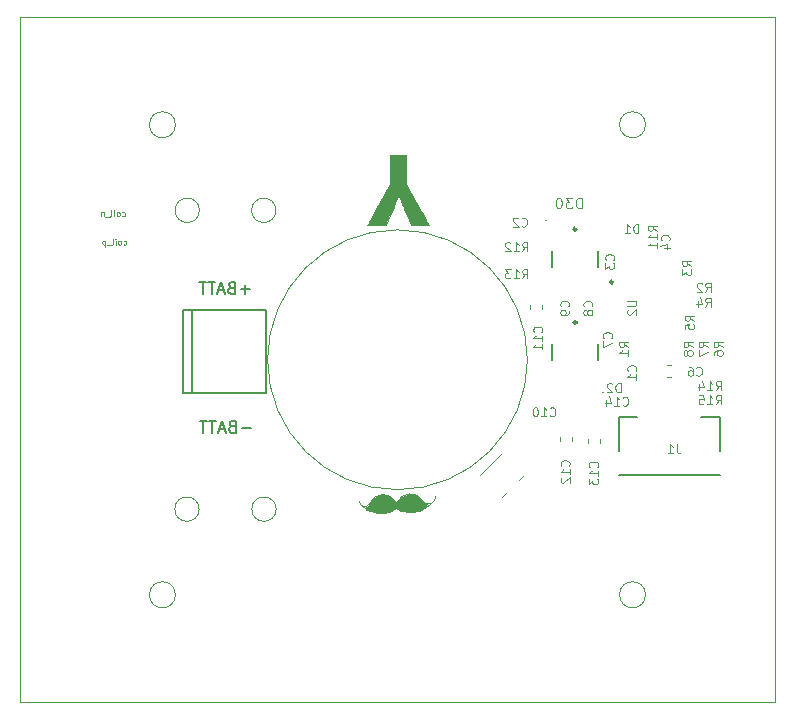
<source format=gbo>
G04 #@! TF.GenerationSoftware,KiCad,Pcbnew,(5.1.4)-1*
G04 #@! TF.CreationDate,2019-10-25T18:21:12-07:00*
G04 #@! TF.ProjectId,solarpcd,736f6c61-7270-4636-942e-6b696361645f,rev?*
G04 #@! TF.SameCoordinates,Original*
G04 #@! TF.FileFunction,Legend,Bot*
G04 #@! TF.FilePolarity,Positive*
%FSLAX46Y46*%
G04 Gerber Fmt 4.6, Leading zero omitted, Abs format (unit mm)*
G04 Created by KiCad (PCBNEW (5.1.4)-1) date 2019-10-25 18:21:12*
%MOMM*%
%LPD*%
G04 APERTURE LIST*
%ADD10C,0.100000*%
%ADD11C,0.120000*%
%ADD12C,0.050000*%
%ADD13C,0.150000*%
%ADD14C,0.010000*%
%ADD15C,0.203200*%
%ADD16C,0.200000*%
%ADD17C,0.250000*%
%ADD18C,0.254000*%
%ADD19C,0.127000*%
%ADD20C,0.101600*%
G04 APERTURE END LIST*
D10*
X121804809Y-89229380D02*
X121852428Y-89253190D01*
X121947666Y-89253190D01*
X121995285Y-89229380D01*
X122019095Y-89205571D01*
X122042904Y-89157952D01*
X122042904Y-89015095D01*
X122019095Y-88967476D01*
X121995285Y-88943666D01*
X121947666Y-88919857D01*
X121852428Y-88919857D01*
X121804809Y-88943666D01*
X121519095Y-89253190D02*
X121566714Y-89229380D01*
X121590523Y-89205571D01*
X121614333Y-89157952D01*
X121614333Y-89015095D01*
X121590523Y-88967476D01*
X121566714Y-88943666D01*
X121519095Y-88919857D01*
X121447666Y-88919857D01*
X121400047Y-88943666D01*
X121376238Y-88967476D01*
X121352428Y-89015095D01*
X121352428Y-89157952D01*
X121376238Y-89205571D01*
X121400047Y-89229380D01*
X121447666Y-89253190D01*
X121519095Y-89253190D01*
X121138142Y-89253190D02*
X121138142Y-88919857D01*
X121138142Y-88753190D02*
X121161952Y-88777000D01*
X121138142Y-88800809D01*
X121114333Y-88777000D01*
X121138142Y-88753190D01*
X121138142Y-88800809D01*
X120828619Y-89253190D02*
X120876238Y-89229380D01*
X120900047Y-89181761D01*
X120900047Y-88753190D01*
X120757190Y-89300809D02*
X120376238Y-89300809D01*
X120257190Y-88919857D02*
X120257190Y-89419857D01*
X120257190Y-88943666D02*
X120209571Y-88919857D01*
X120114333Y-88919857D01*
X120066714Y-88943666D01*
X120042904Y-88967476D01*
X120019095Y-89015095D01*
X120019095Y-89157952D01*
X120042904Y-89205571D01*
X120066714Y-89229380D01*
X120114333Y-89253190D01*
X120209571Y-89253190D01*
X120257190Y-89229380D01*
X121677809Y-86816380D02*
X121725428Y-86840190D01*
X121820666Y-86840190D01*
X121868285Y-86816380D01*
X121892095Y-86792571D01*
X121915904Y-86744952D01*
X121915904Y-86602095D01*
X121892095Y-86554476D01*
X121868285Y-86530666D01*
X121820666Y-86506857D01*
X121725428Y-86506857D01*
X121677809Y-86530666D01*
X121392095Y-86840190D02*
X121439714Y-86816380D01*
X121463523Y-86792571D01*
X121487333Y-86744952D01*
X121487333Y-86602095D01*
X121463523Y-86554476D01*
X121439714Y-86530666D01*
X121392095Y-86506857D01*
X121320666Y-86506857D01*
X121273047Y-86530666D01*
X121249238Y-86554476D01*
X121225428Y-86602095D01*
X121225428Y-86744952D01*
X121249238Y-86792571D01*
X121273047Y-86816380D01*
X121320666Y-86840190D01*
X121392095Y-86840190D01*
X121011142Y-86840190D02*
X121011142Y-86506857D01*
X121011142Y-86340190D02*
X121034952Y-86364000D01*
X121011142Y-86387809D01*
X120987333Y-86364000D01*
X121011142Y-86340190D01*
X121011142Y-86387809D01*
X120701619Y-86840190D02*
X120749238Y-86816380D01*
X120773047Y-86768761D01*
X120773047Y-86340190D01*
X120630190Y-86887809D02*
X120249238Y-86887809D01*
X120130190Y-86506857D02*
X120130190Y-86840190D01*
X120130190Y-86554476D02*
X120106380Y-86530666D01*
X120058761Y-86506857D01*
X119987333Y-86506857D01*
X119939714Y-86530666D01*
X119915904Y-86578285D01*
X119915904Y-86840190D01*
D11*
X144907000Y-111607600D02*
G75*
G02X141863254Y-111278742I-1332859J1913849D01*
G01*
X142621000Y-111201200D02*
G75*
G02X141773712Y-111008192I-390089J243807D01*
G01*
X142628058Y-111193863D02*
G75*
G02X144932399Y-111150401I1161342J-464537D01*
G01*
X148000528Y-111082157D02*
G75*
G02X144957800Y-111658400I-1899729J1709756D01*
G01*
X148234400Y-110591600D02*
G75*
G02X147218400Y-111099600I-635000J0D01*
G01*
X144914058Y-111143063D02*
G75*
G02X147218399Y-111099601I1161342J-464537D01*
G01*
D12*
X156000000Y-99000000D02*
G75*
G03X156000000Y-99000000I-11000000J0D01*
G01*
D13*
X132500428Y-93035428D02*
X131738523Y-93035428D01*
X132119476Y-93416380D02*
X132119476Y-92654476D01*
X130929000Y-92892571D02*
X130786142Y-92940190D01*
X130738523Y-92987809D01*
X130690904Y-93083047D01*
X130690904Y-93225904D01*
X130738523Y-93321142D01*
X130786142Y-93368761D01*
X130881380Y-93416380D01*
X131262333Y-93416380D01*
X131262333Y-92416380D01*
X130929000Y-92416380D01*
X130833761Y-92464000D01*
X130786142Y-92511619D01*
X130738523Y-92606857D01*
X130738523Y-92702095D01*
X130786142Y-92797333D01*
X130833761Y-92844952D01*
X130929000Y-92892571D01*
X131262333Y-92892571D01*
X130309952Y-93130666D02*
X129833761Y-93130666D01*
X130405190Y-93416380D02*
X130071857Y-92416380D01*
X129738523Y-93416380D01*
X129548047Y-92416380D02*
X128976619Y-92416380D01*
X129262333Y-93416380D02*
X129262333Y-92416380D01*
X128786142Y-92416380D02*
X128214714Y-92416380D01*
X128500428Y-93416380D02*
X128500428Y-92416380D01*
X132563928Y-104782928D02*
X131802023Y-104782928D01*
X130992500Y-104640071D02*
X130849642Y-104687690D01*
X130802023Y-104735309D01*
X130754404Y-104830547D01*
X130754404Y-104973404D01*
X130802023Y-105068642D01*
X130849642Y-105116261D01*
X130944880Y-105163880D01*
X131325833Y-105163880D01*
X131325833Y-104163880D01*
X130992500Y-104163880D01*
X130897261Y-104211500D01*
X130849642Y-104259119D01*
X130802023Y-104354357D01*
X130802023Y-104449595D01*
X130849642Y-104544833D01*
X130897261Y-104592452D01*
X130992500Y-104640071D01*
X131325833Y-104640071D01*
X130373452Y-104878166D02*
X129897261Y-104878166D01*
X130468690Y-105163880D02*
X130135357Y-104163880D01*
X129802023Y-105163880D01*
X129611547Y-104163880D02*
X129040119Y-104163880D01*
X129325833Y-105163880D02*
X129325833Y-104163880D01*
X128849642Y-104163880D02*
X128278214Y-104163880D01*
X128563928Y-105163880D02*
X128563928Y-104163880D01*
D12*
X134727563Y-111650000D02*
G75*
G03X134727563Y-111650000I-1029563J0D01*
G01*
X128202563Y-111650000D02*
G75*
G03X128202563Y-111650000I-1029563J0D01*
G01*
X134704563Y-86350000D02*
G75*
G03X134704563Y-86350000I-1029563J0D01*
G01*
X128229563Y-86350000D02*
G75*
G03X128229563Y-86350000I-1029563J0D01*
G01*
X166000000Y-79100000D02*
G75*
G03X166000000Y-79100000I-1100000J0D01*
G01*
X126200000Y-79100000D02*
G75*
G03X126200000Y-79100000I-1100000J0D01*
G01*
X166000000Y-118900000D02*
G75*
G03X166000000Y-118900000I-1100000J0D01*
G01*
D11*
X126200000Y-118900000D02*
G75*
G03X126200000Y-118900000I-1100000J0D01*
G01*
D10*
X177000000Y-70000000D02*
X113000000Y-70000000D01*
X113000000Y-128000000D02*
X177000000Y-128000000D01*
X177000000Y-128000000D02*
X177000000Y-70000000D01*
X113000000Y-70000000D02*
X113000000Y-128000000D01*
D14*
G36*
X144358094Y-86788625D02*
G01*
X144449489Y-86573766D01*
X144531586Y-86380247D01*
X144605198Y-86206110D01*
X144671137Y-86049394D01*
X144730214Y-85908139D01*
X144783241Y-85780385D01*
X144831030Y-85664172D01*
X144874393Y-85557540D01*
X144914142Y-85458528D01*
X144951089Y-85365177D01*
X144986045Y-85275526D01*
X145002493Y-85232875D01*
X145027952Y-85168012D01*
X145050803Y-85112384D01*
X145069341Y-85069937D01*
X145081864Y-85044619D01*
X145086100Y-85039201D01*
X145094591Y-85050205D01*
X145108829Y-85079368D01*
X145126058Y-85120914D01*
X145130026Y-85131275D01*
X145164243Y-85221648D01*
X145197309Y-85308270D01*
X145230019Y-85393099D01*
X145263173Y-85478090D01*
X145297568Y-85565201D01*
X145334000Y-85656388D01*
X145373267Y-85753609D01*
X145416168Y-85858820D01*
X145463498Y-85973979D01*
X145516057Y-86101041D01*
X145574640Y-86241965D01*
X145640046Y-86398706D01*
X145713072Y-86573221D01*
X145794516Y-86767468D01*
X145872710Y-86953725D01*
X146156745Y-87630000D01*
X147676493Y-87630000D01*
X147661597Y-87601425D01*
X147653761Y-87587309D01*
X147634114Y-87552294D01*
X147603339Y-87497595D01*
X147562123Y-87424427D01*
X147511151Y-87334005D01*
X147451108Y-87227543D01*
X147382680Y-87106255D01*
X147306551Y-86971356D01*
X147223408Y-86824061D01*
X147133936Y-86665584D01*
X147038819Y-86497140D01*
X146938744Y-86319943D01*
X146834396Y-86135207D01*
X146726460Y-85944148D01*
X146676900Y-85856430D01*
X145707100Y-84140010D01*
X145707100Y-81635600D01*
X144348200Y-81635600D01*
X144348200Y-84085612D01*
X143402050Y-85852766D01*
X143296514Y-86049910D01*
X143194283Y-86240942D01*
X143095996Y-86424664D01*
X143002293Y-86599879D01*
X142913812Y-86765390D01*
X142831194Y-86920000D01*
X142755076Y-87062510D01*
X142686099Y-87191723D01*
X142624902Y-87306443D01*
X142572125Y-87405471D01*
X142528405Y-87487610D01*
X142494383Y-87551663D01*
X142470699Y-87596432D01*
X142457990Y-87620720D01*
X142455900Y-87624961D01*
X142468236Y-87625858D01*
X142503792Y-87626704D01*
X142560386Y-87627485D01*
X142635837Y-87628186D01*
X142727965Y-87628793D01*
X142834588Y-87629293D01*
X142953527Y-87629670D01*
X143082599Y-87629910D01*
X143219625Y-87630000D01*
X143999819Y-87630000D01*
X144358094Y-86788625D01*
X144358094Y-86788625D01*
G37*
X144358094Y-86788625D02*
X144449489Y-86573766D01*
X144531586Y-86380247D01*
X144605198Y-86206110D01*
X144671137Y-86049394D01*
X144730214Y-85908139D01*
X144783241Y-85780385D01*
X144831030Y-85664172D01*
X144874393Y-85557540D01*
X144914142Y-85458528D01*
X144951089Y-85365177D01*
X144986045Y-85275526D01*
X145002493Y-85232875D01*
X145027952Y-85168012D01*
X145050803Y-85112384D01*
X145069341Y-85069937D01*
X145081864Y-85044619D01*
X145086100Y-85039201D01*
X145094591Y-85050205D01*
X145108829Y-85079368D01*
X145126058Y-85120914D01*
X145130026Y-85131275D01*
X145164243Y-85221648D01*
X145197309Y-85308270D01*
X145230019Y-85393099D01*
X145263173Y-85478090D01*
X145297568Y-85565201D01*
X145334000Y-85656388D01*
X145373267Y-85753609D01*
X145416168Y-85858820D01*
X145463498Y-85973979D01*
X145516057Y-86101041D01*
X145574640Y-86241965D01*
X145640046Y-86398706D01*
X145713072Y-86573221D01*
X145794516Y-86767468D01*
X145872710Y-86953725D01*
X146156745Y-87630000D01*
X147676493Y-87630000D01*
X147661597Y-87601425D01*
X147653761Y-87587309D01*
X147634114Y-87552294D01*
X147603339Y-87497595D01*
X147562123Y-87424427D01*
X147511151Y-87334005D01*
X147451108Y-87227543D01*
X147382680Y-87106255D01*
X147306551Y-86971356D01*
X147223408Y-86824061D01*
X147133936Y-86665584D01*
X147038819Y-86497140D01*
X146938744Y-86319943D01*
X146834396Y-86135207D01*
X146726460Y-85944148D01*
X146676900Y-85856430D01*
X145707100Y-84140010D01*
X145707100Y-81635600D01*
X144348200Y-81635600D01*
X144348200Y-84085612D01*
X143402050Y-85852766D01*
X143296514Y-86049910D01*
X143194283Y-86240942D01*
X143095996Y-86424664D01*
X143002293Y-86599879D01*
X142913812Y-86765390D01*
X142831194Y-86920000D01*
X142755076Y-87062510D01*
X142686099Y-87191723D01*
X142624902Y-87306443D01*
X142572125Y-87405471D01*
X142528405Y-87487610D01*
X142494383Y-87551663D01*
X142470699Y-87596432D01*
X142457990Y-87620720D01*
X142455900Y-87624961D01*
X142468236Y-87625858D01*
X142503792Y-87626704D01*
X142560386Y-87627485D01*
X142635837Y-87628186D01*
X142727965Y-87628793D01*
X142834588Y-87629293D01*
X142953527Y-87629670D01*
X143082599Y-87629910D01*
X143219625Y-87630000D01*
X143999819Y-87630000D01*
X144358094Y-86788625D01*
D15*
X127629000Y-94826000D02*
X127629000Y-101826000D01*
X127629000Y-101826000D02*
X133829000Y-101826000D01*
X126829000Y-101826000D02*
X127629000Y-101826000D01*
X126829000Y-94826000D02*
X126829000Y-101826000D01*
X127629000Y-94826000D02*
X126829000Y-94826000D01*
X133829000Y-94826000D02*
X127629000Y-94826000D01*
X133829000Y-101826000D02*
X133829000Y-94826000D01*
D10*
X153860500Y-110613978D02*
X154297966Y-110176512D01*
X155698978Y-108775500D02*
X155261512Y-109212966D01*
X153860500Y-106937022D02*
X152022022Y-108775500D01*
D16*
X157573000Y-87211500D02*
G75*
G03X157573000Y-87211500I-19000J0D01*
G01*
X163771000Y-103886000D02*
X165321000Y-103886000D01*
X172271000Y-103886000D02*
X170721000Y-103886000D01*
X163771000Y-103886000D02*
X163771000Y-106736000D01*
X172271000Y-103886000D02*
X172271000Y-106736000D01*
X172271000Y-108766000D02*
X163771000Y-108766000D01*
D11*
X168183779Y-100459000D02*
X167858221Y-100459000D01*
X168183779Y-99439000D02*
X167858221Y-99439000D01*
X162181000Y-105691721D02*
X162181000Y-106017279D01*
X161161000Y-105691721D02*
X161161000Y-106017279D01*
D17*
X163257344Y-92424660D02*
G75*
G03X163257344Y-92424660I-125000J0D01*
G01*
D16*
X162378000Y-101764500D02*
G75*
G03X162378000Y-101764500I-19000J0D01*
G01*
D11*
X159768000Y-105564721D02*
X159768000Y-105890279D01*
X158748000Y-105564721D02*
X158748000Y-105890279D01*
D18*
X160180020Y-95836740D02*
G75*
G03X160180020Y-95836740I-127000J0D01*
G01*
D19*
X158103570Y-99056190D02*
X158103570Y-97697290D01*
X162002470Y-97697290D02*
X162002470Y-99056190D01*
D18*
X160147000Y-87947500D02*
G75*
G03X160147000Y-87947500I-127000J0D01*
G01*
D19*
X158070550Y-91166950D02*
X158070550Y-89808050D01*
X161969450Y-89808050D02*
X161969450Y-91166950D01*
D11*
X157228000Y-94388721D02*
X157228000Y-94714279D01*
X156208000Y-94388721D02*
X156208000Y-94714279D01*
D20*
X160591500Y-86190666D02*
X160591500Y-85301666D01*
X160379833Y-85301666D01*
X160252833Y-85344000D01*
X160168166Y-85428666D01*
X160125833Y-85513333D01*
X160083500Y-85682666D01*
X160083500Y-85809666D01*
X160125833Y-85979000D01*
X160168166Y-86063666D01*
X160252833Y-86148333D01*
X160379833Y-86190666D01*
X160591500Y-86190666D01*
X159787166Y-85301666D02*
X159236833Y-85301666D01*
X159533166Y-85640333D01*
X159406166Y-85640333D01*
X159321500Y-85682666D01*
X159279166Y-85725000D01*
X159236833Y-85809666D01*
X159236833Y-86021333D01*
X159279166Y-86106000D01*
X159321500Y-86148333D01*
X159406166Y-86190666D01*
X159660166Y-86190666D01*
X159744833Y-86148333D01*
X159787166Y-86106000D01*
X158686500Y-85301666D02*
X158601833Y-85301666D01*
X158517166Y-85344000D01*
X158474833Y-85386333D01*
X158432500Y-85471000D01*
X158390166Y-85640333D01*
X158390166Y-85852000D01*
X158432500Y-86021333D01*
X158474833Y-86106000D01*
X158517166Y-86148333D01*
X158601833Y-86190666D01*
X158686500Y-86190666D01*
X158771166Y-86148333D01*
X158813500Y-86106000D01*
X158855833Y-86021333D01*
X158898166Y-85852000D01*
X158898166Y-85640333D01*
X158855833Y-85471000D01*
X158813500Y-85386333D01*
X158771166Y-85344000D01*
X158686500Y-85301666D01*
X168646860Y-106152754D02*
X168646860Y-106697040D01*
X168683145Y-106805897D01*
X168755717Y-106878468D01*
X168864574Y-106914754D01*
X168937145Y-106914754D01*
X167884860Y-106914754D02*
X168320288Y-106914754D01*
X168102574Y-106914754D02*
X168102574Y-106152754D01*
X168175145Y-106261611D01*
X168247717Y-106334182D01*
X168320288Y-106370468D01*
X170307000Y-100284642D02*
X170343285Y-100320928D01*
X170452142Y-100357214D01*
X170524714Y-100357214D01*
X170633571Y-100320928D01*
X170706142Y-100248357D01*
X170742428Y-100175785D01*
X170778714Y-100030642D01*
X170778714Y-99921785D01*
X170742428Y-99776642D01*
X170706142Y-99704071D01*
X170633571Y-99631500D01*
X170524714Y-99595214D01*
X170452142Y-99595214D01*
X170343285Y-99631500D01*
X170307000Y-99667785D01*
X169653857Y-99595214D02*
X169799000Y-99595214D01*
X169871571Y-99631500D01*
X169907857Y-99667785D01*
X169980428Y-99776642D01*
X170016714Y-99921785D01*
X170016714Y-100212071D01*
X169980428Y-100284642D01*
X169944142Y-100320928D01*
X169871571Y-100357214D01*
X169726428Y-100357214D01*
X169653857Y-100320928D01*
X169617571Y-100284642D01*
X169581285Y-100212071D01*
X169581285Y-100030642D01*
X169617571Y-99958071D01*
X169653857Y-99921785D01*
X169726428Y-99885500D01*
X169871571Y-99885500D01*
X169944142Y-99921785D01*
X169980428Y-99958071D01*
X170016714Y-100030642D01*
X159466642Y-94488000D02*
X159502928Y-94451714D01*
X159539214Y-94342857D01*
X159539214Y-94270285D01*
X159502928Y-94161428D01*
X159430357Y-94088857D01*
X159357785Y-94052571D01*
X159212642Y-94016285D01*
X159103785Y-94016285D01*
X158958642Y-94052571D01*
X158886071Y-94088857D01*
X158813500Y-94161428D01*
X158777214Y-94270285D01*
X158777214Y-94342857D01*
X158813500Y-94451714D01*
X158849785Y-94488000D01*
X159539214Y-94850857D02*
X159539214Y-94996000D01*
X159502928Y-95068571D01*
X159466642Y-95104857D01*
X159357785Y-95177428D01*
X159212642Y-95213714D01*
X158922357Y-95213714D01*
X158849785Y-95177428D01*
X158813500Y-95141142D01*
X158777214Y-95068571D01*
X158777214Y-94923428D01*
X158813500Y-94850857D01*
X158849785Y-94814571D01*
X158922357Y-94778285D01*
X159103785Y-94778285D01*
X159176357Y-94814571D01*
X159212642Y-94850857D01*
X159248928Y-94923428D01*
X159248928Y-95068571D01*
X159212642Y-95141142D01*
X159176357Y-95177428D01*
X159103785Y-95213714D01*
X161910142Y-108095142D02*
X161946428Y-108058857D01*
X161982714Y-107950000D01*
X161982714Y-107877428D01*
X161946428Y-107768571D01*
X161873857Y-107696000D01*
X161801285Y-107659714D01*
X161656142Y-107623428D01*
X161547285Y-107623428D01*
X161402142Y-107659714D01*
X161329571Y-107696000D01*
X161257000Y-107768571D01*
X161220714Y-107877428D01*
X161220714Y-107950000D01*
X161257000Y-108058857D01*
X161293285Y-108095142D01*
X161982714Y-108820857D02*
X161982714Y-108385428D01*
X161982714Y-108603142D02*
X161220714Y-108603142D01*
X161329571Y-108530571D01*
X161402142Y-108458000D01*
X161438428Y-108385428D01*
X161220714Y-109074857D02*
X161220714Y-109546571D01*
X161511000Y-109292571D01*
X161511000Y-109401428D01*
X161547285Y-109474000D01*
X161583571Y-109510285D01*
X161656142Y-109546571D01*
X161837571Y-109546571D01*
X161910142Y-109510285D01*
X161946428Y-109474000D01*
X161982714Y-109401428D01*
X161982714Y-109183714D01*
X161946428Y-109111142D01*
X161910142Y-109074857D01*
X165392825Y-88292214D02*
X165392825Y-87530214D01*
X165211397Y-87530214D01*
X165102540Y-87566500D01*
X165029968Y-87639071D01*
X164993682Y-87711642D01*
X164957397Y-87856785D01*
X164957397Y-87965642D01*
X164993682Y-88110785D01*
X165029968Y-88183357D01*
X165102540Y-88255928D01*
X165211397Y-88292214D01*
X165392825Y-88292214D01*
X164231682Y-88292214D02*
X164667111Y-88292214D01*
X164449397Y-88292214D02*
X164449397Y-87530214D01*
X164521968Y-87639071D01*
X164594540Y-87711642D01*
X164667111Y-87747928D01*
X164465058Y-93994088D02*
X165081915Y-93994088D01*
X165154486Y-94030374D01*
X165190772Y-94066660D01*
X165227058Y-94139231D01*
X165227058Y-94284374D01*
X165190772Y-94356945D01*
X165154486Y-94393231D01*
X165081915Y-94429517D01*
X164465058Y-94429517D01*
X164537629Y-94756088D02*
X164501344Y-94792374D01*
X164465058Y-94864945D01*
X164465058Y-95046374D01*
X164501344Y-95118945D01*
X164537629Y-95155231D01*
X164610201Y-95191517D01*
X164682772Y-95191517D01*
X164791629Y-95155231D01*
X165227058Y-94719802D01*
X165227058Y-95191517D01*
X163884428Y-101754214D02*
X163884428Y-100992214D01*
X163703000Y-100992214D01*
X163594142Y-101028500D01*
X163521571Y-101101071D01*
X163485285Y-101173642D01*
X163449000Y-101318785D01*
X163449000Y-101427642D01*
X163485285Y-101572785D01*
X163521571Y-101645357D01*
X163594142Y-101717928D01*
X163703000Y-101754214D01*
X163884428Y-101754214D01*
X163158714Y-101064785D02*
X163122428Y-101028500D01*
X163049857Y-100992214D01*
X162868428Y-100992214D01*
X162795857Y-101028500D01*
X162759571Y-101064785D01*
X162723285Y-101137357D01*
X162723285Y-101209928D01*
X162759571Y-101318785D01*
X163195000Y-101754214D01*
X162723285Y-101754214D01*
X169889714Y-91059000D02*
X169526857Y-90805000D01*
X169889714Y-90623571D02*
X169127714Y-90623571D01*
X169127714Y-90913857D01*
X169164000Y-90986428D01*
X169200285Y-91022714D01*
X169272857Y-91059000D01*
X169381714Y-91059000D01*
X169454285Y-91022714D01*
X169490571Y-90986428D01*
X169526857Y-90913857D01*
X169526857Y-90623571D01*
X169127714Y-91313000D02*
X169127714Y-91784714D01*
X169418000Y-91530714D01*
X169418000Y-91639571D01*
X169454285Y-91712142D01*
X169490571Y-91748428D01*
X169563142Y-91784714D01*
X169744571Y-91784714D01*
X169817142Y-91748428D01*
X169853428Y-91712142D01*
X169889714Y-91639571D01*
X169889714Y-91421857D01*
X169853428Y-91349285D01*
X169817142Y-91313000D01*
X171069000Y-93245214D02*
X171323000Y-92882357D01*
X171504428Y-93245214D02*
X171504428Y-92483214D01*
X171214142Y-92483214D01*
X171141571Y-92519500D01*
X171105285Y-92555785D01*
X171069000Y-92628357D01*
X171069000Y-92737214D01*
X171105285Y-92809785D01*
X171141571Y-92846071D01*
X171214142Y-92882357D01*
X171504428Y-92882357D01*
X170778714Y-92555785D02*
X170742428Y-92519500D01*
X170669857Y-92483214D01*
X170488428Y-92483214D01*
X170415857Y-92519500D01*
X170379571Y-92555785D01*
X170343285Y-92628357D01*
X170343285Y-92700928D01*
X170379571Y-92809785D01*
X170815000Y-93245214D01*
X170343285Y-93245214D01*
X155556857Y-92102214D02*
X155810857Y-91739357D01*
X155992285Y-92102214D02*
X155992285Y-91340214D01*
X155702000Y-91340214D01*
X155629428Y-91376500D01*
X155593142Y-91412785D01*
X155556857Y-91485357D01*
X155556857Y-91594214D01*
X155593142Y-91666785D01*
X155629428Y-91703071D01*
X155702000Y-91739357D01*
X155992285Y-91739357D01*
X154831142Y-92102214D02*
X155266571Y-92102214D01*
X155048857Y-92102214D02*
X155048857Y-91340214D01*
X155121428Y-91449071D01*
X155194000Y-91521642D01*
X155266571Y-91557928D01*
X154577142Y-91340214D02*
X154105428Y-91340214D01*
X154359428Y-91630500D01*
X154250571Y-91630500D01*
X154178000Y-91666785D01*
X154141714Y-91703071D01*
X154105428Y-91775642D01*
X154105428Y-91957071D01*
X154141714Y-92029642D01*
X154178000Y-92065928D01*
X154250571Y-92102214D01*
X154468285Y-92102214D01*
X154540857Y-92065928D01*
X154577142Y-92029642D01*
X161435142Y-94488000D02*
X161471428Y-94451714D01*
X161507714Y-94342857D01*
X161507714Y-94270285D01*
X161471428Y-94161428D01*
X161398857Y-94088857D01*
X161326285Y-94052571D01*
X161181142Y-94016285D01*
X161072285Y-94016285D01*
X160927142Y-94052571D01*
X160854571Y-94088857D01*
X160782000Y-94161428D01*
X160745714Y-94270285D01*
X160745714Y-94342857D01*
X160782000Y-94451714D01*
X160818285Y-94488000D01*
X161072285Y-94923428D02*
X161036000Y-94850857D01*
X160999714Y-94814571D01*
X160927142Y-94778285D01*
X160890857Y-94778285D01*
X160818285Y-94814571D01*
X160782000Y-94850857D01*
X160745714Y-94923428D01*
X160745714Y-95068571D01*
X160782000Y-95141142D01*
X160818285Y-95177428D01*
X160890857Y-95213714D01*
X160927142Y-95213714D01*
X160999714Y-95177428D01*
X161036000Y-95141142D01*
X161072285Y-95068571D01*
X161072285Y-94923428D01*
X161108571Y-94850857D01*
X161144857Y-94814571D01*
X161217428Y-94778285D01*
X161362571Y-94778285D01*
X161435142Y-94814571D01*
X161471428Y-94850857D01*
X161507714Y-94923428D01*
X161507714Y-95068571D01*
X161471428Y-95141142D01*
X161435142Y-95177428D01*
X161362571Y-95213714D01*
X161217428Y-95213714D01*
X161144857Y-95177428D01*
X161108571Y-95141142D01*
X161072285Y-95068571D01*
X159497142Y-107968142D02*
X159533428Y-107931857D01*
X159569714Y-107823000D01*
X159569714Y-107750428D01*
X159533428Y-107641571D01*
X159460857Y-107569000D01*
X159388285Y-107532714D01*
X159243142Y-107496428D01*
X159134285Y-107496428D01*
X158989142Y-107532714D01*
X158916571Y-107569000D01*
X158844000Y-107641571D01*
X158807714Y-107750428D01*
X158807714Y-107823000D01*
X158844000Y-107931857D01*
X158880285Y-107968142D01*
X159569714Y-108693857D02*
X159569714Y-108258428D01*
X159569714Y-108476142D02*
X158807714Y-108476142D01*
X158916571Y-108403571D01*
X158989142Y-108331000D01*
X159025428Y-108258428D01*
X158880285Y-108984142D02*
X158844000Y-109020428D01*
X158807714Y-109093000D01*
X158807714Y-109274428D01*
X158844000Y-109347000D01*
X158880285Y-109383285D01*
X158952857Y-109419571D01*
X159025428Y-109419571D01*
X159134285Y-109383285D01*
X159569714Y-108947857D01*
X159569714Y-109419571D01*
X164065857Y-102824642D02*
X164102142Y-102860928D01*
X164211000Y-102897214D01*
X164283571Y-102897214D01*
X164392428Y-102860928D01*
X164465000Y-102788357D01*
X164501285Y-102715785D01*
X164537571Y-102570642D01*
X164537571Y-102461785D01*
X164501285Y-102316642D01*
X164465000Y-102244071D01*
X164392428Y-102171500D01*
X164283571Y-102135214D01*
X164211000Y-102135214D01*
X164102142Y-102171500D01*
X164065857Y-102207785D01*
X163340142Y-102897214D02*
X163775571Y-102897214D01*
X163557857Y-102897214D02*
X163557857Y-102135214D01*
X163630428Y-102244071D01*
X163703000Y-102316642D01*
X163775571Y-102352928D01*
X162687000Y-102389214D02*
X162687000Y-102897214D01*
X162868428Y-102098928D02*
X163049857Y-102643214D01*
X162578142Y-102643214D01*
X171069000Y-94515214D02*
X171323000Y-94152357D01*
X171504428Y-94515214D02*
X171504428Y-93753214D01*
X171214142Y-93753214D01*
X171141571Y-93789500D01*
X171105285Y-93825785D01*
X171069000Y-93898357D01*
X171069000Y-94007214D01*
X171105285Y-94079785D01*
X171141571Y-94116071D01*
X171214142Y-94152357D01*
X171504428Y-94152357D01*
X170415857Y-94007214D02*
X170415857Y-94515214D01*
X170597285Y-93716928D02*
X170778714Y-94261214D01*
X170307000Y-94261214D01*
X169980214Y-97917000D02*
X169617357Y-97663000D01*
X169980214Y-97481571D02*
X169218214Y-97481571D01*
X169218214Y-97771857D01*
X169254500Y-97844428D01*
X169290785Y-97880714D01*
X169363357Y-97917000D01*
X169472214Y-97917000D01*
X169544785Y-97880714D01*
X169581071Y-97844428D01*
X169617357Y-97771857D01*
X169617357Y-97481571D01*
X169544785Y-98352428D02*
X169508500Y-98279857D01*
X169472214Y-98243571D01*
X169399642Y-98207285D01*
X169363357Y-98207285D01*
X169290785Y-98243571D01*
X169254500Y-98279857D01*
X169218214Y-98352428D01*
X169218214Y-98497571D01*
X169254500Y-98570142D01*
X169290785Y-98606428D01*
X169363357Y-98642714D01*
X169399642Y-98642714D01*
X169472214Y-98606428D01*
X169508500Y-98570142D01*
X169544785Y-98497571D01*
X169544785Y-98352428D01*
X169581071Y-98279857D01*
X169617357Y-98243571D01*
X169689928Y-98207285D01*
X169835071Y-98207285D01*
X169907642Y-98243571D01*
X169943928Y-98279857D01*
X169980214Y-98352428D01*
X169980214Y-98497571D01*
X169943928Y-98570142D01*
X169907642Y-98606428D01*
X169835071Y-98642714D01*
X169689928Y-98642714D01*
X169617357Y-98606428D01*
X169581071Y-98570142D01*
X169544785Y-98497571D01*
X172520214Y-97917000D02*
X172157357Y-97663000D01*
X172520214Y-97481571D02*
X171758214Y-97481571D01*
X171758214Y-97771857D01*
X171794500Y-97844428D01*
X171830785Y-97880714D01*
X171903357Y-97917000D01*
X172012214Y-97917000D01*
X172084785Y-97880714D01*
X172121071Y-97844428D01*
X172157357Y-97771857D01*
X172157357Y-97481571D01*
X171758214Y-98570142D02*
X171758214Y-98425000D01*
X171794500Y-98352428D01*
X171830785Y-98316142D01*
X171939642Y-98243571D01*
X172084785Y-98207285D01*
X172375071Y-98207285D01*
X172447642Y-98243571D01*
X172483928Y-98279857D01*
X172520214Y-98352428D01*
X172520214Y-98497571D01*
X172483928Y-98570142D01*
X172447642Y-98606428D01*
X172375071Y-98642714D01*
X172193642Y-98642714D01*
X172121071Y-98606428D01*
X172084785Y-98570142D01*
X172048500Y-98497571D01*
X172048500Y-98352428D01*
X172084785Y-98279857D01*
X172121071Y-98243571D01*
X172193642Y-98207285D01*
X171250214Y-97917000D02*
X170887357Y-97663000D01*
X171250214Y-97481571D02*
X170488214Y-97481571D01*
X170488214Y-97771857D01*
X170524500Y-97844428D01*
X170560785Y-97880714D01*
X170633357Y-97917000D01*
X170742214Y-97917000D01*
X170814785Y-97880714D01*
X170851071Y-97844428D01*
X170887357Y-97771857D01*
X170887357Y-97481571D01*
X170488214Y-98171000D02*
X170488214Y-98679000D01*
X171250214Y-98352428D01*
X170107214Y-95694500D02*
X169744357Y-95440500D01*
X170107214Y-95259071D02*
X169345214Y-95259071D01*
X169345214Y-95549357D01*
X169381500Y-95621928D01*
X169417785Y-95658214D01*
X169490357Y-95694500D01*
X169599214Y-95694500D01*
X169671785Y-95658214D01*
X169708071Y-95621928D01*
X169744357Y-95549357D01*
X169744357Y-95259071D01*
X169345214Y-96383928D02*
X169345214Y-96021071D01*
X169708071Y-95984785D01*
X169671785Y-96021071D01*
X169635500Y-96093642D01*
X169635500Y-96275071D01*
X169671785Y-96347642D01*
X169708071Y-96383928D01*
X169780642Y-96420214D01*
X169962071Y-96420214D01*
X170034642Y-96383928D01*
X170070928Y-96347642D01*
X170107214Y-96275071D01*
X170107214Y-96093642D01*
X170070928Y-96021071D01*
X170034642Y-95984785D01*
X166968714Y-88092642D02*
X166605857Y-87838642D01*
X166968714Y-87657214D02*
X166206714Y-87657214D01*
X166206714Y-87947500D01*
X166243000Y-88020071D01*
X166279285Y-88056357D01*
X166351857Y-88092642D01*
X166460714Y-88092642D01*
X166533285Y-88056357D01*
X166569571Y-88020071D01*
X166605857Y-87947500D01*
X166605857Y-87657214D01*
X166968714Y-88818357D02*
X166968714Y-88382928D01*
X166968714Y-88600642D02*
X166206714Y-88600642D01*
X166315571Y-88528071D01*
X166388142Y-88455500D01*
X166424428Y-88382928D01*
X166968714Y-89544071D02*
X166968714Y-89108642D01*
X166968714Y-89326357D02*
X166206714Y-89326357D01*
X166315571Y-89253785D01*
X166388142Y-89181214D01*
X166424428Y-89108642D01*
X155556857Y-89816214D02*
X155810857Y-89453357D01*
X155992285Y-89816214D02*
X155992285Y-89054214D01*
X155702000Y-89054214D01*
X155629428Y-89090500D01*
X155593142Y-89126785D01*
X155556857Y-89199357D01*
X155556857Y-89308214D01*
X155593142Y-89380785D01*
X155629428Y-89417071D01*
X155702000Y-89453357D01*
X155992285Y-89453357D01*
X154831142Y-89816214D02*
X155266571Y-89816214D01*
X155048857Y-89816214D02*
X155048857Y-89054214D01*
X155121428Y-89163071D01*
X155194000Y-89235642D01*
X155266571Y-89271928D01*
X154540857Y-89126785D02*
X154504571Y-89090500D01*
X154432000Y-89054214D01*
X154250571Y-89054214D01*
X154178000Y-89090500D01*
X154141714Y-89126785D01*
X154105428Y-89199357D01*
X154105428Y-89271928D01*
X154141714Y-89380785D01*
X154577142Y-89816214D01*
X154105428Y-89816214D01*
X171939857Y-101563714D02*
X172193857Y-101200857D01*
X172375285Y-101563714D02*
X172375285Y-100801714D01*
X172085000Y-100801714D01*
X172012428Y-100838000D01*
X171976142Y-100874285D01*
X171939857Y-100946857D01*
X171939857Y-101055714D01*
X171976142Y-101128285D01*
X172012428Y-101164571D01*
X172085000Y-101200857D01*
X172375285Y-101200857D01*
X171214142Y-101563714D02*
X171649571Y-101563714D01*
X171431857Y-101563714D02*
X171431857Y-100801714D01*
X171504428Y-100910571D01*
X171577000Y-100983142D01*
X171649571Y-101019428D01*
X170561000Y-101055714D02*
X170561000Y-101563714D01*
X170742428Y-100765428D02*
X170923857Y-101309714D01*
X170452142Y-101309714D01*
X171939857Y-102770214D02*
X172193857Y-102407357D01*
X172375285Y-102770214D02*
X172375285Y-102008214D01*
X172085000Y-102008214D01*
X172012428Y-102044500D01*
X171976142Y-102080785D01*
X171939857Y-102153357D01*
X171939857Y-102262214D01*
X171976142Y-102334785D01*
X172012428Y-102371071D01*
X172085000Y-102407357D01*
X172375285Y-102407357D01*
X171214142Y-102770214D02*
X171649571Y-102770214D01*
X171431857Y-102770214D02*
X171431857Y-102008214D01*
X171504428Y-102117071D01*
X171577000Y-102189642D01*
X171649571Y-102225928D01*
X170524714Y-102008214D02*
X170887571Y-102008214D01*
X170923857Y-102371071D01*
X170887571Y-102334785D01*
X170815000Y-102298500D01*
X170633571Y-102298500D01*
X170561000Y-102334785D01*
X170524714Y-102371071D01*
X170488428Y-102443642D01*
X170488428Y-102625071D01*
X170524714Y-102697642D01*
X170561000Y-102733928D01*
X170633571Y-102770214D01*
X170815000Y-102770214D01*
X170887571Y-102733928D01*
X170923857Y-102697642D01*
X164555714Y-97917000D02*
X164192857Y-97663000D01*
X164555714Y-97481571D02*
X163793714Y-97481571D01*
X163793714Y-97771857D01*
X163830000Y-97844428D01*
X163866285Y-97880714D01*
X163938857Y-97917000D01*
X164047714Y-97917000D01*
X164120285Y-97880714D01*
X164156571Y-97844428D01*
X164192857Y-97771857D01*
X164192857Y-97481571D01*
X164555714Y-98642714D02*
X164555714Y-98207285D01*
X164555714Y-98425000D02*
X163793714Y-98425000D01*
X163902571Y-98352428D01*
X163975142Y-98279857D01*
X164011428Y-98207285D01*
X157180642Y-96665142D02*
X157216928Y-96628857D01*
X157253214Y-96520000D01*
X157253214Y-96447428D01*
X157216928Y-96338571D01*
X157144357Y-96266000D01*
X157071785Y-96229714D01*
X156926642Y-96193428D01*
X156817785Y-96193428D01*
X156672642Y-96229714D01*
X156600071Y-96266000D01*
X156527500Y-96338571D01*
X156491214Y-96447428D01*
X156491214Y-96520000D01*
X156527500Y-96628857D01*
X156563785Y-96665142D01*
X157253214Y-97390857D02*
X157253214Y-96955428D01*
X157253214Y-97173142D02*
X156491214Y-97173142D01*
X156600071Y-97100571D01*
X156672642Y-97028000D01*
X156708928Y-96955428D01*
X157253214Y-98116571D02*
X157253214Y-97681142D01*
X157253214Y-97898857D02*
X156491214Y-97898857D01*
X156600071Y-97826285D01*
X156672642Y-97753714D01*
X156708928Y-97681142D01*
X163086142Y-97155000D02*
X163122428Y-97118714D01*
X163158714Y-97009857D01*
X163158714Y-96937285D01*
X163122428Y-96828428D01*
X163049857Y-96755857D01*
X162977285Y-96719571D01*
X162832142Y-96683285D01*
X162723285Y-96683285D01*
X162578142Y-96719571D01*
X162505571Y-96755857D01*
X162433000Y-96828428D01*
X162396714Y-96937285D01*
X162396714Y-97009857D01*
X162433000Y-97118714D01*
X162469285Y-97155000D01*
X162396714Y-97409000D02*
X162396714Y-97917000D01*
X163158714Y-97590428D01*
X167975642Y-88900000D02*
X168011928Y-88863714D01*
X168048214Y-88754857D01*
X168048214Y-88682285D01*
X168011928Y-88573428D01*
X167939357Y-88500857D01*
X167866785Y-88464571D01*
X167721642Y-88428285D01*
X167612785Y-88428285D01*
X167467642Y-88464571D01*
X167395071Y-88500857D01*
X167322500Y-88573428D01*
X167286214Y-88682285D01*
X167286214Y-88754857D01*
X167322500Y-88863714D01*
X167358785Y-88900000D01*
X167540214Y-89553142D02*
X168048214Y-89553142D01*
X167249928Y-89371714D02*
X167794214Y-89190285D01*
X167794214Y-89662000D01*
X155511500Y-87648142D02*
X155547785Y-87684428D01*
X155656642Y-87720714D01*
X155729214Y-87720714D01*
X155838071Y-87684428D01*
X155910642Y-87611857D01*
X155946928Y-87539285D01*
X155983214Y-87394142D01*
X155983214Y-87285285D01*
X155946928Y-87140142D01*
X155910642Y-87067571D01*
X155838071Y-86995000D01*
X155729214Y-86958714D01*
X155656642Y-86958714D01*
X155547785Y-86995000D01*
X155511500Y-87031285D01*
X155221214Y-87031285D02*
X155184928Y-86995000D01*
X155112357Y-86958714D01*
X154930928Y-86958714D01*
X154858357Y-86995000D01*
X154822071Y-87031285D01*
X154785785Y-87103857D01*
X154785785Y-87176428D01*
X154822071Y-87285285D01*
X155257500Y-87720714D01*
X154785785Y-87720714D01*
X157906357Y-103713642D02*
X157942642Y-103749928D01*
X158051500Y-103786214D01*
X158124071Y-103786214D01*
X158232928Y-103749928D01*
X158305500Y-103677357D01*
X158341785Y-103604785D01*
X158378071Y-103459642D01*
X158378071Y-103350785D01*
X158341785Y-103205642D01*
X158305500Y-103133071D01*
X158232928Y-103060500D01*
X158124071Y-103024214D01*
X158051500Y-103024214D01*
X157942642Y-103060500D01*
X157906357Y-103096785D01*
X157180642Y-103786214D02*
X157616071Y-103786214D01*
X157398357Y-103786214D02*
X157398357Y-103024214D01*
X157470928Y-103133071D01*
X157543500Y-103205642D01*
X157616071Y-103241928D01*
X156708928Y-103024214D02*
X156636357Y-103024214D01*
X156563785Y-103060500D01*
X156527500Y-103096785D01*
X156491214Y-103169357D01*
X156454928Y-103314500D01*
X156454928Y-103495928D01*
X156491214Y-103641071D01*
X156527500Y-103713642D01*
X156563785Y-103749928D01*
X156636357Y-103786214D01*
X156708928Y-103786214D01*
X156781500Y-103749928D01*
X156817785Y-103713642D01*
X156854071Y-103641071D01*
X156890357Y-103495928D01*
X156890357Y-103314500D01*
X156854071Y-103169357D01*
X156817785Y-103096785D01*
X156781500Y-103060500D01*
X156708928Y-103024214D01*
X163276642Y-90551000D02*
X163312928Y-90514714D01*
X163349214Y-90405857D01*
X163349214Y-90333285D01*
X163312928Y-90224428D01*
X163240357Y-90151857D01*
X163167785Y-90115571D01*
X163022642Y-90079285D01*
X162913785Y-90079285D01*
X162768642Y-90115571D01*
X162696071Y-90151857D01*
X162623500Y-90224428D01*
X162587214Y-90333285D01*
X162587214Y-90405857D01*
X162623500Y-90514714D01*
X162659785Y-90551000D01*
X162587214Y-90805000D02*
X162587214Y-91276714D01*
X162877500Y-91022714D01*
X162877500Y-91131571D01*
X162913785Y-91204142D01*
X162950071Y-91240428D01*
X163022642Y-91276714D01*
X163204071Y-91276714D01*
X163276642Y-91240428D01*
X163312928Y-91204142D01*
X163349214Y-91131571D01*
X163349214Y-90913857D01*
X163312928Y-90841285D01*
X163276642Y-90805000D01*
X165154642Y-99949000D02*
X165190928Y-99912714D01*
X165227214Y-99803857D01*
X165227214Y-99731285D01*
X165190928Y-99622428D01*
X165118357Y-99549857D01*
X165045785Y-99513571D01*
X164900642Y-99477285D01*
X164791785Y-99477285D01*
X164646642Y-99513571D01*
X164574071Y-99549857D01*
X164501500Y-99622428D01*
X164465214Y-99731285D01*
X164465214Y-99803857D01*
X164501500Y-99912714D01*
X164537785Y-99949000D01*
X165227214Y-100674714D02*
X165227214Y-100239285D01*
X165227214Y-100457000D02*
X164465214Y-100457000D01*
X164574071Y-100384428D01*
X164646642Y-100311857D01*
X164682928Y-100239285D01*
D18*
G36*
X146753616Y-110688999D02*
G01*
X147045774Y-111029851D01*
X147052397Y-111037003D01*
X147357197Y-111341803D01*
X147376443Y-111357597D01*
X147398399Y-111369333D01*
X147422224Y-111376560D01*
X147426066Y-111376938D01*
X146848417Y-111687980D01*
X146125211Y-111784408D01*
X145303141Y-111687694D01*
X144970010Y-111497333D01*
X144947287Y-111487159D01*
X144923016Y-111481614D01*
X144898130Y-111480910D01*
X144873584Y-111485075D01*
X144846186Y-111496107D01*
X144306191Y-111790650D01*
X143732949Y-111886190D01*
X143104897Y-111837878D01*
X142432456Y-111597721D01*
X142350698Y-111526183D01*
X142381541Y-111513302D01*
X142635541Y-111360902D01*
X142655531Y-111346062D01*
X142675870Y-111322447D01*
X142965500Y-110888002D01*
X143329046Y-110660786D01*
X143794974Y-110567601D01*
X144199700Y-110612570D01*
X144513439Y-110836670D01*
X144813990Y-111221264D01*
X144831169Y-111239284D01*
X144851533Y-111253606D01*
X144874300Y-111263679D01*
X144898595Y-111269118D01*
X144923485Y-111269713D01*
X144948012Y-111265440D01*
X144971234Y-111256465D01*
X144992259Y-111243131D01*
X145010279Y-111225952D01*
X145024601Y-111205588D01*
X145035650Y-111179728D01*
X145071463Y-111060960D01*
X145387480Y-110699798D01*
X145900114Y-110513386D01*
X146399933Y-110467948D01*
X146753616Y-110688999D01*
X146753616Y-110688999D01*
G37*
X146753616Y-110688999D02*
X147045774Y-111029851D01*
X147052397Y-111037003D01*
X147357197Y-111341803D01*
X147376443Y-111357597D01*
X147398399Y-111369333D01*
X147422224Y-111376560D01*
X147426066Y-111376938D01*
X146848417Y-111687980D01*
X146125211Y-111784408D01*
X145303141Y-111687694D01*
X144970010Y-111497333D01*
X144947287Y-111487159D01*
X144923016Y-111481614D01*
X144898130Y-111480910D01*
X144873584Y-111485075D01*
X144846186Y-111496107D01*
X144306191Y-111790650D01*
X143732949Y-111886190D01*
X143104897Y-111837878D01*
X142432456Y-111597721D01*
X142350698Y-111526183D01*
X142381541Y-111513302D01*
X142635541Y-111360902D01*
X142655531Y-111346062D01*
X142675870Y-111322447D01*
X142965500Y-110888002D01*
X143329046Y-110660786D01*
X143794974Y-110567601D01*
X144199700Y-110612570D01*
X144513439Y-110836670D01*
X144813990Y-111221264D01*
X144831169Y-111239284D01*
X144851533Y-111253606D01*
X144874300Y-111263679D01*
X144898595Y-111269118D01*
X144923485Y-111269713D01*
X144948012Y-111265440D01*
X144971234Y-111256465D01*
X144992259Y-111243131D01*
X145010279Y-111225952D01*
X145024601Y-111205588D01*
X145035650Y-111179728D01*
X145071463Y-111060960D01*
X145387480Y-110699798D01*
X145900114Y-110513386D01*
X146399933Y-110467948D01*
X146753616Y-110688999D01*
M02*

</source>
